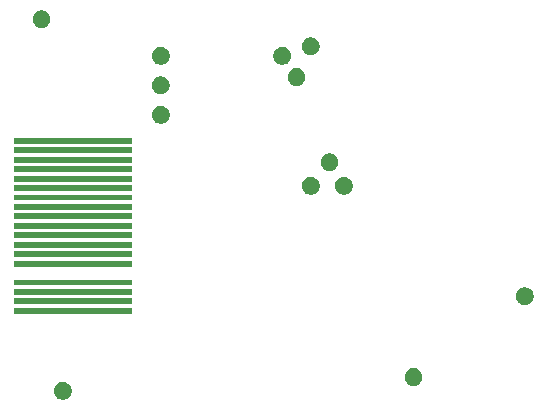
<source format=gbr>
G04 #@! TF.GenerationSoftware,KiCad,Pcbnew,(5.1.5)-3*
G04 #@! TF.CreationDate,2020-06-04T21:55:03-04:00*
G04 #@! TF.ProjectId,SmartWatch V4,536d6172-7457-4617-9463-682056342e6b,rev?*
G04 #@! TF.SameCoordinates,Original*
G04 #@! TF.FileFunction,Soldermask,Bot*
G04 #@! TF.FilePolarity,Negative*
%FSLAX46Y46*%
G04 Gerber Fmt 4.6, Leading zero omitted, Abs format (unit mm)*
G04 Created by KiCad (PCBNEW (5.1.5)-3) date 2020-06-04 21:55:03*
%MOMM*%
%LPD*%
G04 APERTURE LIST*
%ADD10C,0.100000*%
G04 APERTURE END LIST*
D10*
G36*
X129822269Y-94846322D02*
G01*
X129958755Y-94902857D01*
X130081597Y-94984937D01*
X130186063Y-95089403D01*
X130268143Y-95212245D01*
X130324678Y-95348731D01*
X130353500Y-95493631D01*
X130353500Y-95641369D01*
X130324678Y-95786269D01*
X130268143Y-95922755D01*
X130186063Y-96045597D01*
X130081597Y-96150063D01*
X129958755Y-96232143D01*
X129822269Y-96288678D01*
X129677369Y-96317500D01*
X129529631Y-96317500D01*
X129384731Y-96288678D01*
X129248245Y-96232143D01*
X129125403Y-96150063D01*
X129020937Y-96045597D01*
X128938857Y-95922755D01*
X128882322Y-95786269D01*
X128853500Y-95641369D01*
X128853500Y-95493631D01*
X128882322Y-95348731D01*
X128938857Y-95212245D01*
X129020937Y-95089403D01*
X129125403Y-94984937D01*
X129248245Y-94902857D01*
X129384731Y-94846322D01*
X129529631Y-94817500D01*
X129677369Y-94817500D01*
X129822269Y-94846322D01*
G37*
G36*
X159518769Y-93678822D02*
G01*
X159655255Y-93735357D01*
X159778097Y-93817437D01*
X159882563Y-93921903D01*
X159964643Y-94044745D01*
X160021178Y-94181231D01*
X160050000Y-94326131D01*
X160050000Y-94473869D01*
X160021178Y-94618769D01*
X159964643Y-94755255D01*
X159882563Y-94878097D01*
X159778097Y-94982563D01*
X159655255Y-95064643D01*
X159518769Y-95121178D01*
X159373869Y-95150000D01*
X159226131Y-95150000D01*
X159081231Y-95121178D01*
X158944745Y-95064643D01*
X158821903Y-94982563D01*
X158717437Y-94878097D01*
X158635357Y-94755255D01*
X158578822Y-94618769D01*
X158550000Y-94473869D01*
X158550000Y-94326131D01*
X158578822Y-94181231D01*
X158635357Y-94044745D01*
X158717437Y-93921903D01*
X158821903Y-93817437D01*
X158944745Y-93735357D01*
X159081231Y-93678822D01*
X159226131Y-93650000D01*
X159373869Y-93650000D01*
X159518769Y-93678822D01*
G37*
G36*
X135450000Y-89050000D02*
G01*
X125450000Y-89050000D01*
X125450000Y-88550000D01*
X135450000Y-88550000D01*
X135450000Y-89050000D01*
G37*
G36*
X168950969Y-86832622D02*
G01*
X169087455Y-86889157D01*
X169210297Y-86971237D01*
X169314763Y-87075703D01*
X169396843Y-87198545D01*
X169453378Y-87335031D01*
X169482200Y-87479931D01*
X169482200Y-87627669D01*
X169453378Y-87772569D01*
X169396843Y-87909055D01*
X169314763Y-88031897D01*
X169210297Y-88136363D01*
X169087455Y-88218443D01*
X168950969Y-88274978D01*
X168806069Y-88303800D01*
X168658331Y-88303800D01*
X168513431Y-88274978D01*
X168376945Y-88218443D01*
X168254103Y-88136363D01*
X168149637Y-88031897D01*
X168067557Y-87909055D01*
X168011022Y-87772569D01*
X167982200Y-87627669D01*
X167982200Y-87479931D01*
X168011022Y-87335031D01*
X168067557Y-87198545D01*
X168149637Y-87075703D01*
X168254103Y-86971237D01*
X168376945Y-86889157D01*
X168513431Y-86832622D01*
X168658331Y-86803800D01*
X168806069Y-86803800D01*
X168950969Y-86832622D01*
G37*
G36*
X135450000Y-88250000D02*
G01*
X125450000Y-88250000D01*
X125450000Y-87750000D01*
X135450000Y-87750000D01*
X135450000Y-88250000D01*
G37*
G36*
X135450000Y-87450000D02*
G01*
X125450000Y-87450000D01*
X125450000Y-86950000D01*
X135450000Y-86950000D01*
X135450000Y-87450000D01*
G37*
G36*
X135450000Y-86650000D02*
G01*
X125450000Y-86650000D01*
X125450000Y-86150000D01*
X135450000Y-86150000D01*
X135450000Y-86650000D01*
G37*
G36*
X135450000Y-85050000D02*
G01*
X125450000Y-85050000D01*
X125450000Y-84550000D01*
X135450000Y-84550000D01*
X135450000Y-85050000D01*
G37*
G36*
X135450000Y-84250000D02*
G01*
X125450000Y-84250000D01*
X125450000Y-83750000D01*
X135450000Y-83750000D01*
X135450000Y-84250000D01*
G37*
G36*
X135450000Y-83450000D02*
G01*
X125450000Y-83450000D01*
X125450000Y-82950000D01*
X135450000Y-82950000D01*
X135450000Y-83450000D01*
G37*
G36*
X135450000Y-82650000D02*
G01*
X125450000Y-82650000D01*
X125450000Y-82150000D01*
X135450000Y-82150000D01*
X135450000Y-82650000D01*
G37*
G36*
X135450000Y-81850000D02*
G01*
X125450000Y-81850000D01*
X125450000Y-81350000D01*
X135450000Y-81350000D01*
X135450000Y-81850000D01*
G37*
G36*
X135450000Y-81050000D02*
G01*
X125450000Y-81050000D01*
X125450000Y-80550000D01*
X135450000Y-80550000D01*
X135450000Y-81050000D01*
G37*
G36*
X135450000Y-80250000D02*
G01*
X125450000Y-80250000D01*
X125450000Y-79750000D01*
X135450000Y-79750000D01*
X135450000Y-80250000D01*
G37*
G36*
X135450000Y-79450000D02*
G01*
X125450000Y-79450000D01*
X125450000Y-78950000D01*
X135450000Y-78950000D01*
X135450000Y-79450000D01*
G37*
G36*
X150818769Y-77478822D02*
G01*
X150955255Y-77535357D01*
X151078097Y-77617437D01*
X151182563Y-77721903D01*
X151264643Y-77844745D01*
X151321178Y-77981231D01*
X151350000Y-78126131D01*
X151350000Y-78273869D01*
X151321178Y-78418769D01*
X151264643Y-78555255D01*
X151182563Y-78678097D01*
X151078097Y-78782563D01*
X150955255Y-78864643D01*
X150818769Y-78921178D01*
X150673869Y-78950000D01*
X150526131Y-78950000D01*
X150381231Y-78921178D01*
X150244745Y-78864643D01*
X150121903Y-78782563D01*
X150017437Y-78678097D01*
X149935357Y-78555255D01*
X149878822Y-78418769D01*
X149850000Y-78273869D01*
X149850000Y-78126131D01*
X149878822Y-77981231D01*
X149935357Y-77844745D01*
X150017437Y-77721903D01*
X150121903Y-77617437D01*
X150244745Y-77535357D01*
X150381231Y-77478822D01*
X150526131Y-77450000D01*
X150673869Y-77450000D01*
X150818769Y-77478822D01*
G37*
G36*
X153618769Y-77478822D02*
G01*
X153755255Y-77535357D01*
X153878097Y-77617437D01*
X153982563Y-77721903D01*
X154064643Y-77844745D01*
X154121178Y-77981231D01*
X154150000Y-78126131D01*
X154150000Y-78273869D01*
X154121178Y-78418769D01*
X154064643Y-78555255D01*
X153982563Y-78678097D01*
X153878097Y-78782563D01*
X153755255Y-78864643D01*
X153618769Y-78921178D01*
X153473869Y-78950000D01*
X153326131Y-78950000D01*
X153181231Y-78921178D01*
X153044745Y-78864643D01*
X152921903Y-78782563D01*
X152817437Y-78678097D01*
X152735357Y-78555255D01*
X152678822Y-78418769D01*
X152650000Y-78273869D01*
X152650000Y-78126131D01*
X152678822Y-77981231D01*
X152735357Y-77844745D01*
X152817437Y-77721903D01*
X152921903Y-77617437D01*
X153044745Y-77535357D01*
X153181231Y-77478822D01*
X153326131Y-77450000D01*
X153473869Y-77450000D01*
X153618769Y-77478822D01*
G37*
G36*
X135450000Y-78650000D02*
G01*
X125450000Y-78650000D01*
X125450000Y-78150000D01*
X135450000Y-78150000D01*
X135450000Y-78650000D01*
G37*
G36*
X135450000Y-77850000D02*
G01*
X125450000Y-77850000D01*
X125450000Y-77350000D01*
X135450000Y-77350000D01*
X135450000Y-77850000D01*
G37*
G36*
X135450000Y-77050000D02*
G01*
X125450000Y-77050000D01*
X125450000Y-76550000D01*
X135450000Y-76550000D01*
X135450000Y-77050000D01*
G37*
G36*
X152418769Y-75478822D02*
G01*
X152555255Y-75535357D01*
X152678097Y-75617437D01*
X152782563Y-75721903D01*
X152864643Y-75844745D01*
X152921178Y-75981231D01*
X152950000Y-76126131D01*
X152950000Y-76273869D01*
X152921178Y-76418769D01*
X152864643Y-76555255D01*
X152782563Y-76678097D01*
X152678097Y-76782563D01*
X152555255Y-76864643D01*
X152418769Y-76921178D01*
X152273869Y-76950000D01*
X152126131Y-76950000D01*
X151981231Y-76921178D01*
X151844745Y-76864643D01*
X151721903Y-76782563D01*
X151617437Y-76678097D01*
X151535357Y-76555255D01*
X151478822Y-76418769D01*
X151450000Y-76273869D01*
X151450000Y-76126131D01*
X151478822Y-75981231D01*
X151535357Y-75844745D01*
X151617437Y-75721903D01*
X151721903Y-75617437D01*
X151844745Y-75535357D01*
X151981231Y-75478822D01*
X152126131Y-75450000D01*
X152273869Y-75450000D01*
X152418769Y-75478822D01*
G37*
G36*
X135450000Y-76250000D02*
G01*
X125450000Y-76250000D01*
X125450000Y-75750000D01*
X135450000Y-75750000D01*
X135450000Y-76250000D01*
G37*
G36*
X135450000Y-75450000D02*
G01*
X125450000Y-75450000D01*
X125450000Y-74950000D01*
X135450000Y-74950000D01*
X135450000Y-75450000D01*
G37*
G36*
X135450000Y-74650000D02*
G01*
X125450000Y-74650000D01*
X125450000Y-74150000D01*
X135450000Y-74150000D01*
X135450000Y-74650000D01*
G37*
G36*
X138118769Y-71478822D02*
G01*
X138255255Y-71535357D01*
X138378097Y-71617437D01*
X138482563Y-71721903D01*
X138564643Y-71844745D01*
X138621178Y-71981231D01*
X138650000Y-72126131D01*
X138650000Y-72273869D01*
X138621178Y-72418769D01*
X138564643Y-72555255D01*
X138482563Y-72678097D01*
X138378097Y-72782563D01*
X138255255Y-72864643D01*
X138118769Y-72921178D01*
X137973869Y-72950000D01*
X137826131Y-72950000D01*
X137681231Y-72921178D01*
X137544745Y-72864643D01*
X137421903Y-72782563D01*
X137317437Y-72678097D01*
X137235357Y-72555255D01*
X137178822Y-72418769D01*
X137150000Y-72273869D01*
X137150000Y-72126131D01*
X137178822Y-71981231D01*
X137235357Y-71844745D01*
X137317437Y-71721903D01*
X137421903Y-71617437D01*
X137544745Y-71535357D01*
X137681231Y-71478822D01*
X137826131Y-71450000D01*
X137973869Y-71450000D01*
X138118769Y-71478822D01*
G37*
G36*
X138118769Y-68978822D02*
G01*
X138255255Y-69035357D01*
X138378097Y-69117437D01*
X138482563Y-69221903D01*
X138564643Y-69344745D01*
X138621178Y-69481231D01*
X138650000Y-69626131D01*
X138650000Y-69773869D01*
X138621178Y-69918769D01*
X138564643Y-70055255D01*
X138482563Y-70178097D01*
X138378097Y-70282563D01*
X138255255Y-70364643D01*
X138118769Y-70421178D01*
X137973869Y-70450000D01*
X137826131Y-70450000D01*
X137681231Y-70421178D01*
X137544745Y-70364643D01*
X137421903Y-70282563D01*
X137317437Y-70178097D01*
X137235357Y-70055255D01*
X137178822Y-69918769D01*
X137150000Y-69773869D01*
X137150000Y-69626131D01*
X137178822Y-69481231D01*
X137235357Y-69344745D01*
X137317437Y-69221903D01*
X137421903Y-69117437D01*
X137544745Y-69035357D01*
X137681231Y-68978822D01*
X137826131Y-68950000D01*
X137973869Y-68950000D01*
X138118769Y-68978822D01*
G37*
G36*
X149618769Y-68278822D02*
G01*
X149755255Y-68335357D01*
X149878097Y-68417437D01*
X149982563Y-68521903D01*
X150064643Y-68644745D01*
X150121178Y-68781231D01*
X150150000Y-68926131D01*
X150150000Y-69073869D01*
X150121178Y-69218769D01*
X150064643Y-69355255D01*
X149982563Y-69478097D01*
X149878097Y-69582563D01*
X149755255Y-69664643D01*
X149618769Y-69721178D01*
X149473869Y-69750000D01*
X149326131Y-69750000D01*
X149181231Y-69721178D01*
X149044745Y-69664643D01*
X148921903Y-69582563D01*
X148817437Y-69478097D01*
X148735357Y-69355255D01*
X148678822Y-69218769D01*
X148650000Y-69073869D01*
X148650000Y-68926131D01*
X148678822Y-68781231D01*
X148735357Y-68644745D01*
X148817437Y-68521903D01*
X148921903Y-68417437D01*
X149044745Y-68335357D01*
X149181231Y-68278822D01*
X149326131Y-68250000D01*
X149473869Y-68250000D01*
X149618769Y-68278822D01*
G37*
G36*
X138118769Y-66478822D02*
G01*
X138255255Y-66535357D01*
X138378097Y-66617437D01*
X138482563Y-66721903D01*
X138564643Y-66844745D01*
X138621178Y-66981231D01*
X138650000Y-67126131D01*
X138650000Y-67273869D01*
X138621178Y-67418769D01*
X138564643Y-67555255D01*
X138482563Y-67678097D01*
X138378097Y-67782563D01*
X138255255Y-67864643D01*
X138118769Y-67921178D01*
X137973869Y-67950000D01*
X137826131Y-67950000D01*
X137681231Y-67921178D01*
X137544745Y-67864643D01*
X137421903Y-67782563D01*
X137317437Y-67678097D01*
X137235357Y-67555255D01*
X137178822Y-67418769D01*
X137150000Y-67273869D01*
X137150000Y-67126131D01*
X137178822Y-66981231D01*
X137235357Y-66844745D01*
X137317437Y-66721903D01*
X137421903Y-66617437D01*
X137544745Y-66535357D01*
X137681231Y-66478822D01*
X137826131Y-66450000D01*
X137973869Y-66450000D01*
X138118769Y-66478822D01*
G37*
G36*
X148418769Y-66478822D02*
G01*
X148555255Y-66535357D01*
X148678097Y-66617437D01*
X148782563Y-66721903D01*
X148864643Y-66844745D01*
X148921178Y-66981231D01*
X148950000Y-67126131D01*
X148950000Y-67273869D01*
X148921178Y-67418769D01*
X148864643Y-67555255D01*
X148782563Y-67678097D01*
X148678097Y-67782563D01*
X148555255Y-67864643D01*
X148418769Y-67921178D01*
X148273869Y-67950000D01*
X148126131Y-67950000D01*
X147981231Y-67921178D01*
X147844745Y-67864643D01*
X147721903Y-67782563D01*
X147617437Y-67678097D01*
X147535357Y-67555255D01*
X147478822Y-67418769D01*
X147450000Y-67273869D01*
X147450000Y-67126131D01*
X147478822Y-66981231D01*
X147535357Y-66844745D01*
X147617437Y-66721903D01*
X147721903Y-66617437D01*
X147844745Y-66535357D01*
X147981231Y-66478822D01*
X148126131Y-66450000D01*
X148273869Y-66450000D01*
X148418769Y-66478822D01*
G37*
G36*
X150818769Y-65678822D02*
G01*
X150955255Y-65735357D01*
X151078097Y-65817437D01*
X151182563Y-65921903D01*
X151264643Y-66044745D01*
X151321178Y-66181231D01*
X151350000Y-66326131D01*
X151350000Y-66473869D01*
X151321178Y-66618769D01*
X151264643Y-66755255D01*
X151182563Y-66878097D01*
X151078097Y-66982563D01*
X150955255Y-67064643D01*
X150818769Y-67121178D01*
X150673869Y-67150000D01*
X150526131Y-67150000D01*
X150381231Y-67121178D01*
X150244745Y-67064643D01*
X150121903Y-66982563D01*
X150017437Y-66878097D01*
X149935357Y-66755255D01*
X149878822Y-66618769D01*
X149850000Y-66473869D01*
X149850000Y-66326131D01*
X149878822Y-66181231D01*
X149935357Y-66044745D01*
X150017437Y-65921903D01*
X150121903Y-65817437D01*
X150244745Y-65735357D01*
X150381231Y-65678822D01*
X150526131Y-65650000D01*
X150673869Y-65650000D01*
X150818769Y-65678822D01*
G37*
G36*
X128018769Y-63378822D02*
G01*
X128155255Y-63435357D01*
X128278097Y-63517437D01*
X128382563Y-63621903D01*
X128464643Y-63744745D01*
X128521178Y-63881231D01*
X128550000Y-64026131D01*
X128550000Y-64173869D01*
X128521178Y-64318769D01*
X128464643Y-64455255D01*
X128382563Y-64578097D01*
X128278097Y-64682563D01*
X128155255Y-64764643D01*
X128018769Y-64821178D01*
X127873869Y-64850000D01*
X127726131Y-64850000D01*
X127581231Y-64821178D01*
X127444745Y-64764643D01*
X127321903Y-64682563D01*
X127217437Y-64578097D01*
X127135357Y-64455255D01*
X127078822Y-64318769D01*
X127050000Y-64173869D01*
X127050000Y-64026131D01*
X127078822Y-63881231D01*
X127135357Y-63744745D01*
X127217437Y-63621903D01*
X127321903Y-63517437D01*
X127444745Y-63435357D01*
X127581231Y-63378822D01*
X127726131Y-63350000D01*
X127873869Y-63350000D01*
X128018769Y-63378822D01*
G37*
M02*

</source>
